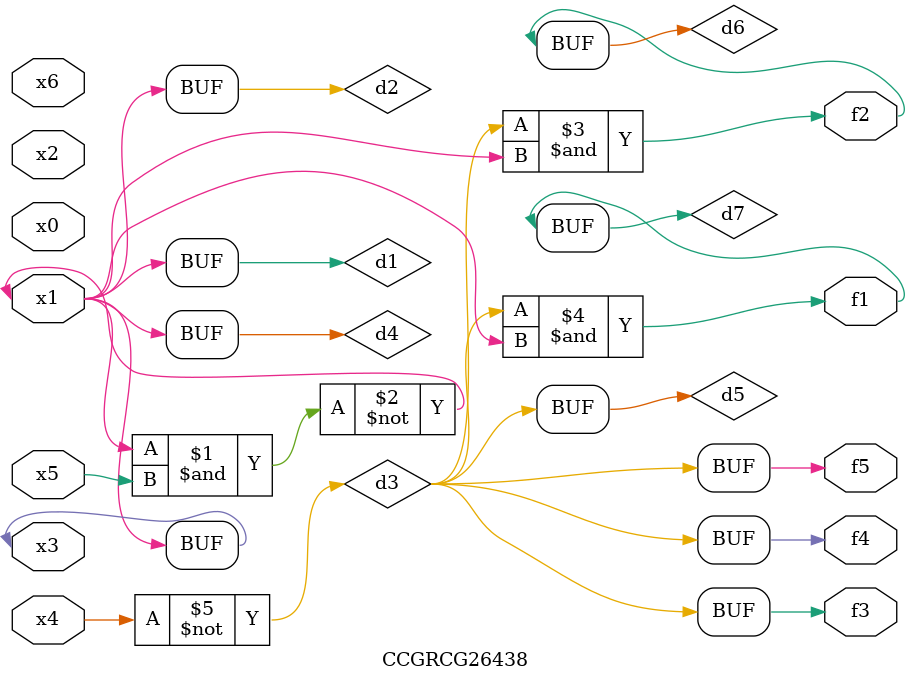
<source format=v>
module CCGRCG26438(
	input x0, x1, x2, x3, x4, x5, x6,
	output f1, f2, f3, f4, f5
);

	wire d1, d2, d3, d4, d5, d6, d7;

	buf (d1, x1, x3);
	nand (d2, x1, x5);
	not (d3, x4);
	buf (d4, d1, d2);
	buf (d5, d3);
	and (d6, d3, d4);
	and (d7, d3, d4);
	assign f1 = d7;
	assign f2 = d6;
	assign f3 = d5;
	assign f4 = d5;
	assign f5 = d5;
endmodule

</source>
